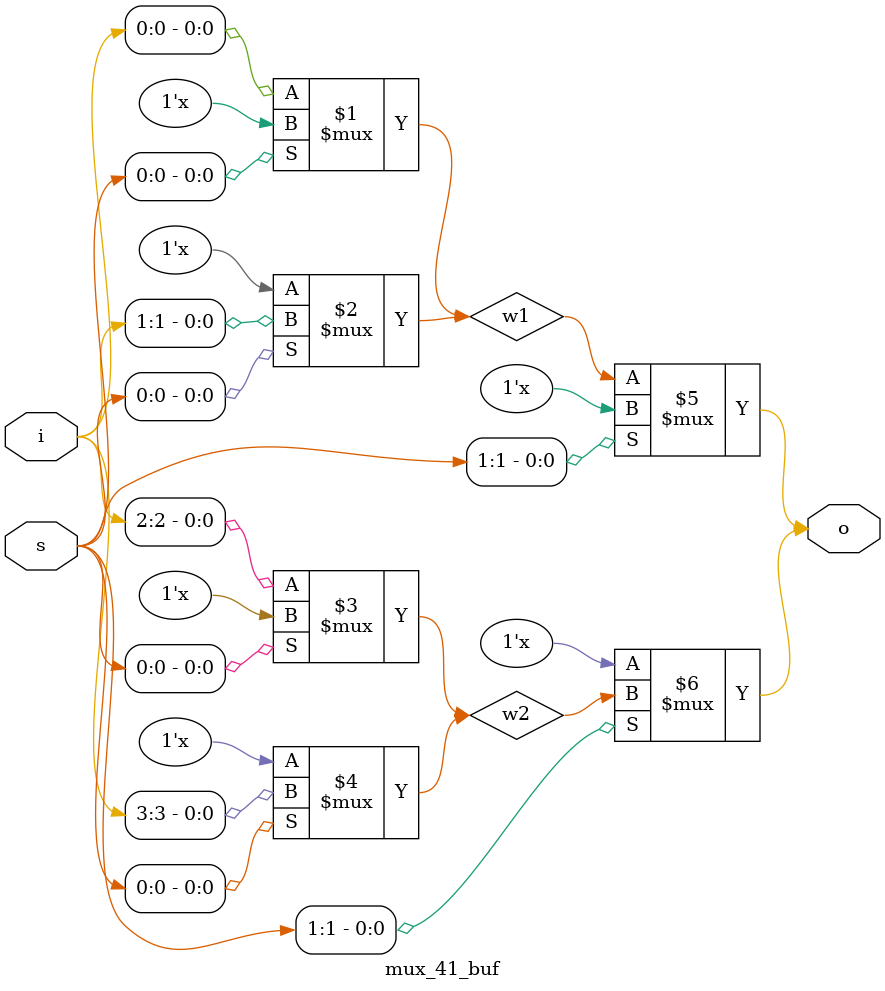
<source format=v>
`timescale 1ns / 1ps
module mux_41_buf(o, i , s );
	input [3:0]i;
	input [1:0]s;
	output o;
	wire w1, w2;
	
	bufif0 buf1(w1, i[0], s[0]);
	bufif1 buf2(w1, i[1], s[0]);
	
	bufif0 buf3(w2, i[2], s[0]);
	bufif1 buf4(w2, i[3], s[0]);
	
	bufif0 buf5(o, w1, s[1]);
	bufif1 buf6(o, w2, s[1]);
	
	

endmodule

</source>
